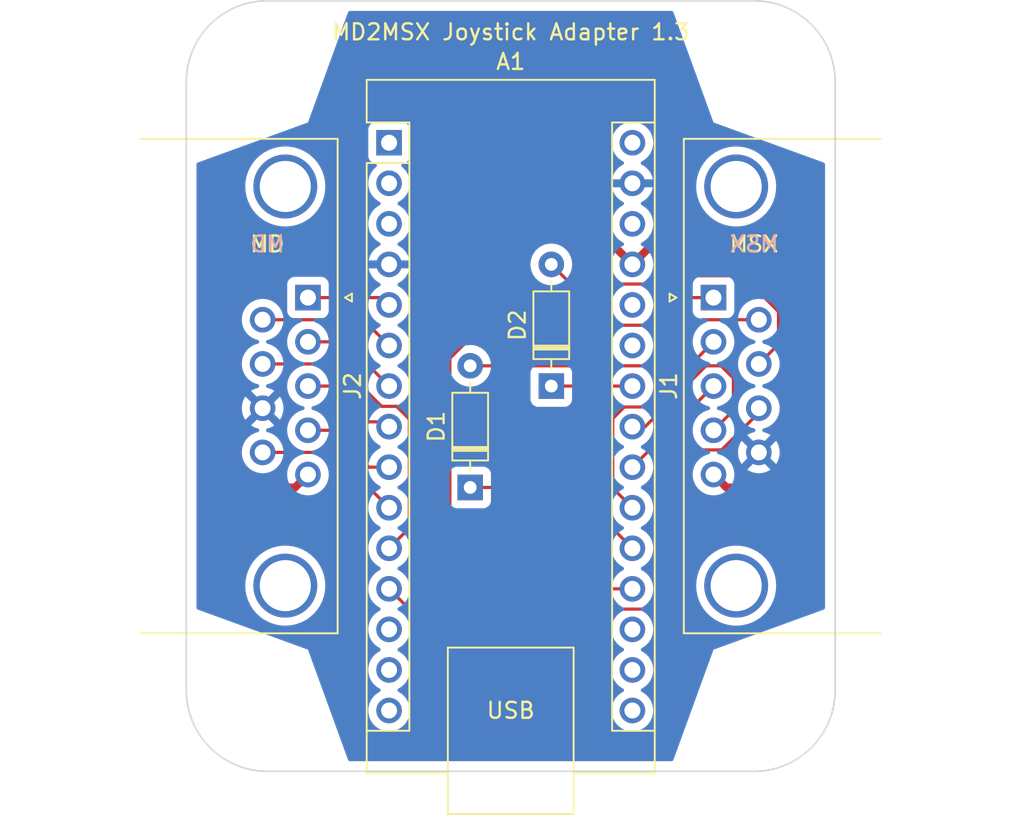
<source format=kicad_pcb>
(kicad_pcb (version 20221018) (generator pcbnew)
  (layers (0 "F.Cu" signal) (31 "B.Cu" signal) (34 "B.Paste" user) (35 "F.Paste" user) (36 "B.SilkS" user "B.Silkscreen") (37 "F.SilkS" user "F.Silkscreen") (38 "B.Mask" user) (39 "F.Mask" user) (44 "Edge.Cuts" user))
  (net 0 "")
  (net 4 "GND")
  (net 5 "Net-(A1-D2)")
  (net 6 "Net-(A1-D3)")
  (net 7 "Net-(A1-D4)")
  (net 8 "Net-(A1-D5)")
  (net 9 "Net-(A1-D6)")
  (net 10 "Net-(A1-D7)")
  (net 11 "Net-(A1-D8)")
  (net 12 "Net-(A1-D9)")
  (net 19 "Net-(A1-A0)")
  (net 20 "Net-(A1-A1)")
  (net 21 "Net-(A1-A2)")
  (net 22 "Net-(A1-A3)")
  (net 23 "Net-(A1-A4)")
  (net 24 "Net-(A1-A5)")
  (net 27 "+5V")
  (net 30 "Net-(D1-A)")
  (net 31 "Net-(D2-A)")
  (footprint "Connector_Dsub:DSUB-9_Male_Horizontal_P2.77x2.84mm_EdgePinOffset7.70mm_Housed_MountingHolesOffset9.12mm" (layer "F.Cu") (at 114.3 70.66 -90)
    (fp_text reference "J2" (at 5.54 -2.8 90) (layer "F.SilkS"))
    (fp_text value "DE9_Plug_MountingHoles")
    (fp_line (start -9.945 -1.86) (end 21.025 -1.86) (stroke (width 0.12)) (layer "F.SilkS"))
    (fp_line (start -9.945 10.48) (end -9.945 -1.86) (stroke (width 0.12)) (layer "F.SilkS"))
    (fp_line (start -0.25 -2.754338) (end 0.25 -2.754338) (stroke (width 0.12)) (layer "F.SilkS"))
    (fp_line (start 0 -2.321325) (end -0.25 -2.754338) (stroke (width 0.12)) (layer "F.SilkS"))
    (fp_line (start 0.25 -2.754338) (end 0 -2.321325) (stroke (width 0.12)) (layer "F.SilkS"))
    (fp_line (start 21.025 -1.86) (end 21.025 10.48) (stroke (width 0.12)) (layer "F.SilkS"))
    (pad "0" thru_hole circle (at -6.96 1.42 270) (size 4 4) (drill 3.2) (layers "*.Cu" "*.Mask"))
    (pad "0" thru_hole circle (at 18.04 1.42 270) (size 4 4) (drill 3.2) (layers "*.Cu" "*.Mask"))
    (pad "1" thru_hole rect (at 0 0 270) (size 1.6 1.6) (drill 1) (layers "*.Cu" "*.Mask") (net 5 "Net-(A1-D2)"))
    (pad "2" thru_hole circle (at 2.77 0 270) (size 1.6 1.6) (drill 1) (layers "*.Cu" "*.Mask") (net 7 "Net-(A1-D4)"))
    (pad "3" thru_hole circle (at 5.54 0 270) (size 1.6 1.6) (drill 1) (layers "*.Cu" "*.Mask") (net 8 "Net-(A1-D5)"))
    (pad "4" thru_hole circle (at 8.31 0 270) (size 1.6 1.6) (drill 1) (layers "*.Cu" "*.Mask") (net 9 "Net-(A1-D6)"))
    (pad "5" thru_hole circle (at 11.08 0 270) (size 1.6 1.6) (drill 1) (layers "*.Cu" "*.Mask") (net 27 "+5V"))
    (pad "6" thru_hole circle (at 1.385 2.84 270) (size 1.6 1.6) (drill 1) (layers "*.Cu" "*.Mask") (net 6 "Net-(A1-D3)"))
    (pad "7" thru_hole circle (at 4.155 2.84 270) (size 1.6 1.6) (drill 1) (layers "*.Cu" "*.Mask") (net 11 "Net-(A1-D8)"))
    (pad "8" thru_hole circle (at 6.925 2.84 270) (size 1.6 1.6) (drill 1) (layers "*.Cu" "*.Mask") (net 4 "GND"))
    (pad "9" thru_hole circle (at 9.695 2.84 270) (size 1.6 1.6) (drill 1) (layers "*.Cu" "*.Mask") (net 10 "Net-(A1-D7)"))
  )
  (footprint "MountingHole:MountingHole_3.2mm_M3" (layer "F.Cu") (at 143.51 55.88)
    (fp_text reference "H2" hide)
    (fp_text value "MountingHole")
    (pad "" np_thru_hole circle (at 0 0) (size 3.2 3.2) (drill 3.2) (layers "*.Cu" "*.Mask"))
  )
  (footprint "Module:Arduino_Nano" (layer "F.Cu") (at 119.38 60.96)
    (fp_text reference "A1" (at 7.62 -5.08) (layer "F.SilkS"))
    (fp_text value "Arduino_Nano_v3.x")
    (fp_text user "USB" (at 7.62 35.56 unlocked) (layer "F.SilkS"))
    (fp_line (start -1.4 -3.94) (end -1.4 -1.27) (stroke (width 0.12)) (layer "F.SilkS"))
    (fp_line (start -1.4 1.27) (end -1.4 39.5) (stroke (width 0.12)) (layer "F.SilkS"))
    (fp_line (start -1.4 39.5) (end 3.68 39.5) (stroke (width 0.12)) (layer "F.SilkS"))
    (fp_line (start 1.27 -1.27) (end -1.4 -1.27) (stroke (width 0.12)) (layer "F.SilkS"))
    (fp_line (start 1.27 1.27) (end -1.4 1.27) (stroke (width 0.12)) (layer "F.SilkS"))
    (fp_line (start 1.27 1.27) (end 1.27 -1.27) (stroke (width 0.12)) (layer "F.SilkS"))
    (fp_line (start 1.27 1.27) (end 1.27 36.83) (stroke (width 0.12)) (layer "F.SilkS"))
    (fp_line (start 1.27 36.83) (end -1.4 36.83) (stroke (width 0.12)) (layer "F.SilkS"))
    (fp_line (start 3.68 31.62) (end 11.56 31.62) (stroke (width 0.12)) (layer "F.SilkS"))
    (fp_line (start 3.68 42.04) (end 3.68 31.62) (stroke (width 0.12)) (layer "F.SilkS"))
    (fp_line (start 11.56 31.62) (end 11.56 42.04) (stroke (width 0.12)) (layer "F.SilkS"))
    (fp_line (start 11.56 42.04) (end 3.68 42.04) (stroke (width 0.12)) (layer "F.SilkS"))
    (fp_line (start 13.97 -1.27) (end 13.97 36.83) (stroke (width 0.12)) (layer "F.SilkS"))
    (fp_line (start 13.97 -1.27) (end 16.64 -1.27) (stroke (width 0.12)) (layer "F.SilkS"))
    (fp_line (start 13.97 36.83) (end 16.64 36.83) (stroke (width 0.12)) (layer "F.SilkS"))
    (fp_line (start 16.64 -3.94) (end -1.4 -3.94) (stroke (width 0.12)) (layer "F.SilkS"))
    (fp_line (start 16.64 39.5) (end 11.56 39.5) (stroke (width 0.12)) (layer "F.SilkS"))
    (fp_line (start 16.64 39.5) (end 16.64 -3.94) (stroke (width 0.12)) (layer "F.SilkS"))
    (pad "1" thru_hole rect (at 0 0) (size 1.6 1.6) (drill 1) (layers "*.Cu" "*.Mask"))
    (pad "2" thru_hole oval (at 0 2.54) (size 1.6 1.6) (drill 1) (layers "*.Cu" "*.Mask"))
    (pad "3" thru_hole oval (at 0 5.08) (size 1.6 1.6) (drill 1) (layers "*.Cu" "*.Mask"))
    (pad "4" thru_hole oval (at 0 7.62) (size 1.6 1.6) (drill 1) (layers "*.Cu" "*.Mask") (net 4 "GND"))
    (pad "5" thru_hole oval (at 0 10.16) (size 1.6 1.6) (drill 1) (layers "*.Cu" "*.Mask") (net 5 "Net-(A1-D2)"))
    (pad "6" thru_hole oval (at 0 12.7) (size 1.6 1.6) (drill 1) (layers "*.Cu" "*.Mask") (net 6 "Net-(A1-D3)"))
    (pad "7" thru_hole oval (at 0 15.24) (size 1.6 1.6) (drill 1) (layers "*.Cu" "*.Mask") (net 7 "Net-(A1-D4)"))
    (pad "8" thru_hole oval (at 0 17.78) (size 1.6 1.6) (drill 1) (layers "*.Cu" "*.Mask") (net 8 "Net-(A1-D5)"))
    (pad "9" thru_hole oval (at 0 20.32) (size 1.6 1.6) (drill 1) (layers "*.Cu" "*.Mask") (net 9 "Net-(A1-D6)"))
    (pad "10" thru_hole oval (at 0 22.86) (size 1.6 1.6) (drill 1) (layers "*.Cu" "*.Mask") (net 10 "Net-(A1-D7)"))
    (pad "11" thru_hole oval (at 0 25.4) (size 1.6 1.6) (drill 1) (layers "*.Cu" "*.Mask") (net 11 "Net-(A1-D8)"))
    (pad "12" thru_hole oval (at 0 27.94) (size 1.6 1.6) (drill 1) (layers "*.Cu" "*.Mask") (net 12 "Net-(A1-D9)"))
    (pad "13" thru_hole oval (at 0 30.48) (size 1.6 1.6) (drill 1) (layers "*.Cu" "*.Mask"))
    (pad "14" thru_hole oval (at 0 33.02) (size 1.6 1.6) (drill 1) (layers "*.Cu" "*.Mask"))
    (pad "15" thru_hole oval (at 0 35.56) (size 1.6 1.6) (drill 1) (layers "*.Cu" "*.Mask"))
    (pad "16" thru_hole oval (at 15.24 35.56) (size 1.6 1.6) (drill 1) (layers "*.Cu" "*.Mask"))
    (pad "17" thru_hole oval (at 15.24 33.02) (size 1.6 1.6) (drill 1) (layers "*.Cu" "*.Mask"))
    (pad "18" thru_hole oval (at 15.24 30.48) (size 1.6 1.6) (drill 1) (layers "*.Cu" "*.Mask"))
    (pad "19" thru_hole oval (at 15.24 27.94) (size 1.6 1.6) (drill 1) (layers "*.Cu" "*.Mask") (net 19 "Net-(A1-A0)"))
    (pad "20" thru_hole oval (at 15.24 25.4) (size 1.6 1.6) (drill 1) (layers "*.Cu" "*.Mask") (net 20 "Net-(A1-A1)"))
    (pad "21" thru_hole oval (at 15.24 22.86) (size 1.6 1.6) (drill 1) (layers "*.Cu" "*.Mask") (net 21 "Net-(A1-A2)"))
    (pad "22" thru_hole oval (at 15.24 20.32) (size 1.6 1.6) (drill 1) (layers "*.Cu" "*.Mask") (net 22 "Net-(A1-A3)"))
    (pad "23" thru_hole oval (at 15.24 17.78) (size 1.6 1.6) (drill 1) (layers "*.Cu" "*.Mask") (net 23 "Net-(A1-A4)"))
    (pad "24" thru_hole oval (at 15.24 15.24) (size 1.6 1.6) (drill 1) (layers "*.Cu" "*.Mask") (net 24 "Net-(A1-A5)"))
    (pad "25" thru_hole oval (at 15.24 12.7) (size 1.6 1.6) (drill 1) (layers "*.Cu" "*.Mask"))
    (pad "26" thru_hole oval (at 15.24 10.16) (size 1.6 1.6) (drill 1) (layers "*.Cu" "*.Mask"))
    (pad "27" thru_hole oval (at 15.24 7.62) (size 1.6 1.6) (drill 1) (layers "*.Cu" "*.Mask") (net 27 "+5V"))
    (pad "28" thru_hole oval (at 15.24 5.08) (size 1.6 1.6) (drill 1) (layers "*.Cu" "*.Mask"))
    (pad "29" thru_hole oval (at 15.24 2.54) (size 1.6 1.6) (drill 1) (layers "*.Cu" "*.Mask") (net 4 "GND"))
    (pad "30" thru_hole oval (at 15.24 0) (size 1.6 1.6) (drill 1) (layers "*.Cu" "*.Mask"))
  )
  (footprint "Diode_THT:D_DO-35_SOD27_P7.62mm_Horizontal" (layer "F.Cu") (at 124.46 82.55 90)
    (fp_text reference "D1" (at 3.81 -2.12 90) (layer "F.SilkS"))
    (fp_text value "BAT85")
    (fp_line (start 1.04 0) (end 1.69 0) (stroke (width 0.12)) (layer "F.SilkS"))
    (fp_line (start 1.69 -1.12) (end 1.69 1.12) (stroke (width 0.12)) (layer "F.SilkS"))
    (fp_line (start 1.69 1.12) (end 5.93 1.12) (stroke (width 0.12)) (layer "F.SilkS"))
    (fp_line (start 2.29 -1.12) (end 2.29 1.12) (stroke (width 0.12)) (layer "F.SilkS"))
    (fp_line (start 2.41 -1.12) (end 2.41 1.12) (stroke (width 0.12)) (layer "F.SilkS"))
    (fp_line (start 2.53 -1.12) (end 2.53 1.12) (stroke (width 0.12)) (layer "F.SilkS"))
    (fp_line (start 5.93 -1.12) (end 1.69 -1.12) (stroke (width 0.12)) (layer "F.SilkS"))
    (fp_line (start 5.93 1.12) (end 5.93 -1.12) (stroke (width 0.12)) (layer "F.SilkS"))
    (fp_line (start 6.58 0) (end 5.93 0) (stroke (width 0.12)) (layer "F.SilkS"))
    (pad "1" thru_hole rect (at 0 0 90) (size 1.6 1.6) (drill 0.8) (layers "*.Cu" "*.Mask") (net 20 "Net-(A1-A1)"))
    (pad "2" thru_hole oval (at 7.62 0 90) (size 1.6 1.6) (drill 0.8) (layers "*.Cu" "*.Mask") (net 30 "Net-(D1-A)"))
  )
  (footprint "MountingHole:MountingHole_3.2mm_M3" (layer "F.Cu") (at 143.51 96.52)
    (fp_text reference "H4" hide)
    (fp_text value "MountingHole")
    (pad "" np_thru_hole circle (at 0 0) (size 3.2 3.2) (drill 3.2) (layers "*.Cu" "*.Mask"))
  )
  (footprint "Connector_Dsub:DSUB-9_Female_Horizontal_P2.77x2.84mm_EdgePinOffset7.70mm_Housed_MountingHolesOffset9.12mm" (layer "F.Cu") (at 139.7 70.66 90)
    (fp_text reference "J1" (at -5.54 -2.8 90) (layer "F.SilkS"))
    (fp_text value "DE9_Receptacle_MountingHoles")
    (fp_line (start -21.025 -1.86) (end 9.945 -1.86) (stroke (width 0.12)) (layer "F.SilkS"))
    (fp_line (start -21.025 10.48) (end -21.025 -1.86) (stroke (width 0.12)) (layer "F.SilkS"))
    (fp_line (start -0.25 -2.754338) (end 0.25 -2.754338) (stroke (width 0.12)) (layer "F.SilkS"))
    (fp_line (start 0 -2.321325) (end -0.25 -2.754338) (stroke (width 0.12)) (layer "F.SilkS"))
    (fp_line (start 0.25 -2.754338) (end 0 -2.321325) (stroke (width 0.12)) (layer "F.SilkS"))
    (fp_line (start 9.945 -1.86) (end 9.945 10.48) (stroke (width 0.12)) (layer "F.SilkS"))
    (pad "0" thru_hole circle (at -18.04 1.42 90) (size 4 4) (drill 3.2) (layers "*.Cu" "*.Mask"))
    (pad "0" thru_hole circle (at 6.96 1.42 90) (size 4 4) (drill 3.2) (layers "*.Cu" "*.Mask"))
    (pad "1" thru_hole rect (at 0 0 90) (size 1.6 1.6) (drill 1) (layers "*.Cu" "*.Mask") (net 19 "Net-(A1-A0)"))
    (pad "2" thru_hole circle (at -2.77 0 90) (size 1.6 1.6) (drill 1) (layers "*.Cu" "*.Mask") (net 21 "Net-(A1-A2)"))
    (pad "3" thru_hole circle (at -5.54 0 90) (size 1.6 1.6) (drill 1) (layers "*.Cu" "*.Mask") (net 22 "Net-(A1-A3)"))
    (pad "4" thru_hole circle (at -8.31 0 90) (size 1.6 1.6) (drill 1) (layers "*.Cu" "*.Mask") (net 23 "Net-(A1-A4)"))
    (pad "5" thru_hole circle (at -11.08 0 90) (size 1.6 1.6) (drill 1) (layers "*.Cu" "*.Mask") (net 27 "+5V"))
    (pad "6" thru_hole circle (at -1.385 2.84 90) (size 1.6 1.6) (drill 1) (layers "*.Cu" "*.Mask") (net 30 "Net-(D1-A)"))
    (pad "7" thru_hole circle (at -4.155 2.84 90) (size 1.6 1.6) (drill 1) (layers "*.Cu" "*.Mask") (net 31 "Net-(D2-A)"))
    (pad "8" thru_hole circle (at -6.925 2.84 90) (size 1.6 1.6) (drill 1) (layers "*.Cu" "*.Mask") (net 12 "Net-(A1-D9)"))
    (pad "9" thru_hole circle (at -9.695 2.84 90) (size 1.6 1.6) (drill 1) (layers "*.Cu" "*.Mask") (net 4 "GND"))
  )
  (footprint "MountingHole:MountingHole_3.2mm_M3" (layer "F.Cu") (at 110.49 55.88)
    (fp_text reference "H1" hide)
    (fp_text value "MountingHole")
    (pad "" np_thru_hole circle (at 0 0) (size 3.2 3.2) (drill 3.2) (layers "*.Cu" "*.Mask"))
  )
  (footprint "MountingHole:MountingHole_3.2mm_M3" (layer "F.Cu") (at 110.49 96.52)
    (fp_text reference "H3" hide)
    (fp_text value "MountingHole")
    (pad "" np_thru_hole circle (at 0 0) (size 3.2 3.2) (drill 3.2) (layers "*.Cu" "*.Mask"))
  )
  (footprint "Diode_THT:D_DO-35_SOD27_P7.62mm_Horizontal" (layer "F.Cu") (at 129.54 76.2 90)
    (fp_text reference "D2" (at 3.81 -2.12 90) (layer "F.SilkS"))
    (fp_text value "BAT85")
    (fp_line (start 1.04 0) (end 1.69 0) (stroke (width 0.12)) (layer "F.SilkS"))
    (fp_line (start 1.69 -1.12) (end 1.69 1.12) (stroke (width 0.12)) (layer "F.SilkS"))
    (fp_line (start 1.69 1.12) (end 5.93 1.12) (stroke (width 0.12)) (layer "F.SilkS"))
    (fp_line (start 2.29 -1.12) (end 2.29 1.12) (stroke (width 0.12)) (layer "F.SilkS"))
    (fp_line (start 2.41 -1.12) (end 2.41 1.12) (stroke (width 0.12)) (layer "F.SilkS"))
    (fp_line (start 2.53 -1.12) (end 2.53 1.12) (stroke (width 0.12)) (layer "F.SilkS"))
    (fp_line (start 5.93 -1.12) (end 1.69 -1.12) (stroke (width 0.12)) (layer "F.SilkS"))
    (fp_line (start 5.93 1.12) (end 5.93 -1.12) (stroke (width 0.12)) (layer "F.SilkS"))
    (fp_line (start 6.58 0) (end 5.93 0) (stroke (width 0.12)) (layer "F.SilkS"))
    (pad "1" thru_hole rect (at 0 0 90) (size 1.6 1.6) (drill 0.8) (layers "*.Cu" "*.Mask") (net 24 "Net-(A1-A5)"))
    (pad "2" thru_hole oval (at 7.62 0 90) (size 1.6 1.6) (drill 0.8) (layers "*.Cu" "*.Mask") (net 31 "Net-(D2-A)"))
  )
  (gr_line (start 142.24 100.33) (end 111.76 100.33) (stroke (width 0.1)) (layer "Edge.Cuts"))
  (gr_line (start 111.76 52.07) (end 142.24 52.07) (stroke (width 0.1)) (layer "Edge.Cuts"))
  (gr_line (start 147.32 57.15) (end 147.32 95.25) (stroke (width 0.1)) (layer "Edge.Cuts"))
  (gr_arc (start 106.68 57.15) (mid 108.167898 53.557898) (end 111.76 52.07) (stroke (width 0.1)) (layer "Edge.Cuts"))
  (gr_line (start 106.68 95.25) (end 106.68 57.15) (stroke (width 0.1)) (layer "Edge.Cuts"))
  (gr_arc (start 142.24 52.07) (mid 145.832102 53.557898) (end 147.32 57.15) (stroke (width 0.1)) (layer "Edge.Cuts"))
  (gr_arc (start 111.76 100.33) (mid 108.167898 98.842102) (end 106.68 95.25) (stroke (width 0.1)) (layer "Edge.Cuts"))
  (gr_arc (start 147.32 95.25) (mid 145.832102 98.842102) (end 142.24 100.33) (stroke (width 0.1)) (layer "Edge.Cuts"))
  (gr_text "MD\n" (at 111.76 67.31) (layer "B.SilkS") (effects (font (size 1 1)) (justify mirror)))
  (gr_text "MSX" (at 142.24 67.31) (layer "B.SilkS") (effects (font (size 1 1)) (justify mirror)))
  (gr_text "MD\n" (at 111.76 67.31) (layer "F.SilkS") (effects (font (size 1 1))))
  (gr_text "MSX" (at 142.24 67.31) (layer "F.SilkS") (effects (font (size 1 1))))
  (gr_text "MD2MSX Joystick Adapter 1.3" (at 127 54.61) (layer "F.SilkS") (effects (font (size 1 1)) (justify bottom)))
  (segment (start 114.3 70.66) (end 118.92 70.66) (width 0.2) (layer "F.Cu") (net 5))
  (segment (start 118.92 70.66) (end 119.38 71.12) (width 0.2) (layer "F.Cu") (net 5))
  (segment (start 117.765 72.045) (end 119.38 73.66) (width 0.2) (layer "F.Cu") (net 6))
  (segment (start 111.46 72.045) (end 117.765 72.045) (width 0.2) (layer "F.Cu") (net 6))
  (segment (start 116.61 73.43) (end 119.38 76.2) (width 0.2) (layer "F.Cu") (net 7))
  (segment (start 114.3 73.43) (end 116.61 73.43) (width 0.2) (layer "F.Cu") (net 7))
  (segment (start 119.08 78.44) (end 119.38 78.74) (width 0.2) (layer "F.Cu") (net 8))
  (segment (start 115.87 76.2) (end 118.11 78.44) (width 0.2) (layer "F.Cu") (net 8))
  (segment (start 118.11 78.44) (end 119.08 78.44) (width 0.2) (layer "F.Cu") (net 8))
  (segment (start 114.3 76.2) (end 115.87 76.2) (width 0.2) (layer "F.Cu") (net 8))
  (segment (start 118.11 81.28) (end 119.38 81.28) (width 0.2) (layer "F.Cu") (net 9))
  (segment (start 115.8 78.97) (end 118.11 81.28) (width 0.2) (layer "F.Cu") (net 9))
  (segment (start 114.3 78.97) (end 115.8 78.97) (width 0.2) (layer "F.Cu") (net 9))
  (segment (start 111.46 80.355) (end 115.915 80.355) (width 0.2) (layer "F.Cu") (net 10))
  (segment (start 115.915 80.355) (end 119.38 83.82) (width 0.2) (layer "F.Cu") (net 10))
  (segment (start 120.65 85.09) (end 119.38 86.36) (width 0.2) (layer "F.Cu") (net 11))
  (segment (start 116.255517 74.815) (end 118.910517 77.47) (width 0.2) (layer "F.Cu") (net 11))
  (segment (start 119.849483 77.47) (end 120.65 78.270517) (width 0.2) (layer "F.Cu") (net 11))
  (segment (start 111.46 74.815) (end 116.255517 74.815) (width 0.2) (layer "F.Cu") (net 11))
  (segment (start 118.910517 77.47) (end 119.849483 77.47) (width 0.2) (layer "F.Cu") (net 11))
  (segment (start 120.65 78.270517) (end 120.65 85.09) (width 0.2) (layer "F.Cu") (net 11))
  (segment (start 142.54 77.869483) (end 140.209483 80.2) (width 0.2) (layer "F.Cu") (net 12))
  (segment (start 142.54 77.585) (end 142.54 77.869483) (width 0.2) (layer "F.Cu") (net 12))
  (segment (start 140.209483 80.2) (end 138.24 80.2) (width 0.2) (layer "F.Cu") (net 12))
  (segment (start 135.89 90.17) (end 137.16 88.9) (width 0.2) (layer "F.Cu") (net 12))
  (segment (start 137.16 88.9) (end 137.16 81.28) (width 0.2) (layer "F.Cu") (net 12))
  (segment (start 120.65 90.17) (end 135.89 90.17) (width 0.2) (layer "F.Cu") (net 12))
  (segment (start 137.16 81.28) (end 138.24 80.2) (width 0.2) (layer "F.Cu") (net 12))
  (segment (start 119.38 88.9) (end 120.65 90.17) (width 0.2) (layer "F.Cu") (net 12))
  (segment (start 123.19 83.82) (end 128.27 88.9) (width 0.2) (layer "F.Cu") (net 19))
  (segment (start 135.89 72.39) (end 125.260517 72.39) (width 0.2) (layer "F.Cu") (net 19))
  (segment (start 128.27 88.9) (end 134.62 88.9) (width 0.2) (layer "F.Cu") (net 19))
  (segment (start 139.7 70.66) (end 137.62 70.66) (width 0.2) (layer "F.Cu") (net 19))
  (segment (start 125.260517 72.39) (end 123.19 74.460517) (width 0.2) (layer "F.Cu") (net 19))
  (segment (start 123.19 74.460517) (end 123.19 83.82) (width 0.2) (layer "F.Cu") (net 19))
  (segment (start 137.62 70.66) (end 135.89 72.39) (width 0.2) (layer "F.Cu") (net 19))
  (segment (start 124.46 82.55) (end 130.81 82.55) (width 0.2) (layer "F.Cu") (net 20))
  (segment (start 130.81 82.55) (end 134.62 86.36) (width 0.2) (layer "F.Cu") (net 20))
  (segment (start 133.39 82.59) (end 133.39 78.230517) (width 0.2) (layer "F.Cu") (net 21))
  (segment (start 133.39 78.230517) (end 134.110517 77.51) (width 0.2) (layer "F.Cu") (net 21))
  (segment (start 134.62 83.82) (end 133.39 82.59) (width 0.2) (layer "F.Cu") (net 21))
  (segment (start 134.110517 77.51) (end 135.62 77.51) (width 0.2) (layer "F.Cu") (net 21))
  (segment (start 135.62 77.51) (end 139.7 73.43) (width 0.2) (layer "F.Cu") (net 21))
  (segment (start 134.62 81.28) (end 139.7 76.2) (width 0.2) (layer "F.Cu") (net 22))
  (segment (start 134.62 78.74) (end 135.420517 78.74) (width 0.2) (layer "F.Cu") (net 23))
  (segment (start 140.944974 77.725026) (end 139.7 78.97) (width 0.2) (layer "F.Cu") (net 23))
  (segment (start 140.169483 74.93) (end 140.944974 75.705491) (width 0.2) (layer "F.Cu") (net 23))
  (segment (start 140.944974 75.705491) (end 140.944974 77.725026) (width 0.2) (layer "F.Cu") (net 23))
  (segment (start 135.420517 78.74) (end 139.230517 74.93) (width 0.2) (layer "F.Cu") (net 23))
  (segment (start 139.47 78.74) (end 139.7 78.97) (width 0.2) (layer "F.Cu") (net 23))
  (segment (start 139.230517 74.93) (end 140.169483 74.93) (width 0.2) (layer "F.Cu") (net 23))
  (segment (start 129.54 76.2) (end 134.62 76.2) (width 0.2) (layer "F.Cu") (net 24))
  (segment (start 143.51 82.55) (end 140.51 82.55) (width 0.5) (layer "F.Cu") (net 27))
  (segment (start 124.46 58.42) (end 134.62 68.58) (width 0.5) (layer "F.Cu") (net 27))
  (segment (start 114.3 67.31) (end 116.84 64.77) (width 0.5) (layer "F.Cu") (net 27))
  (segment (start 116.84 64.77) (end 116.84 59.69) (width 0.5) (layer "F.Cu") (net 27))
  (segment (start 118.11 58.42) (end 124.46 58.42) (width 0.5) (layer "F.Cu") (net 27))
  (segment (start 142.24 67.31) (end 144.78 69.85) (width 0.5) (layer "F.Cu") (net 27))
  (segment (start 110.49 82.55) (end 109.22 81.28) (width 0.5) (layer "F.Cu") (net 27))
  (segment (start 111.76 67.31) (end 114.3 67.31) (width 0.5) (layer "F.Cu") (net 27))
  (segment (start 109.22 81.28) (end 109.22 69.85) (width 0.5) (layer "F.Cu") (net 27))
  (segment (start 135.89 67.31) (end 142.24 67.31) (width 0.5) (layer "F.Cu") (net 27))
  (segment (start 114.3 81.74) (end 113.49 82.55) (width 0.5) (layer "F.Cu") (net 27))
  (segment (start 144.78 81.28) (end 143.51 82.55) (width 0.5) (layer "F.Cu") (net 27))
  (segment (start 140.51 82.55) (end 139.7 81.74) (width 0.5) (layer "F.Cu") (net 27))
  (segment (start 109.22 69.85) (end 111.76 67.31) (width 0.5) (layer "F.Cu") (net 27))
  (segment (start 134.62 68.58) (end 135.89 67.31) (width 0.5) (layer "F.Cu") (net 27))
  (segment (start 144.78 69.85) (end 144.78 81.28) (width 0.5) (layer "F.Cu") (net 27))
  (segment (start 113.49 82.55) (end 110.49 82.55) (width 0.5) (layer "F.Cu") (net 27))
  (segment (start 116.84 59.69) (end 118.11 58.42) (width 0.5) (layer "F.Cu") (net 27))
  (segment (start 139.064534 72.045) (end 136.179534 74.93) (width 0.2) (layer "F.Cu") (net 30))
  (segment (start 142.54 72.045) (end 139.064534 72.045) (width 0.2) (layer "F.Cu") (net 30))
  (segment (start 136.179534 74.93) (end 124.46 74.93) (width 0.2) (layer "F.Cu") (net 30))
  (segment (start 130.77 69.81) (end 135.89 69.81) (width 0.2) (layer "F.Cu") (net 31))
  (segment (start 141.527242 69.292758) (end 143.77 71.535517) (width 0.2) (layer "F.Cu") (net 31))
  (segment (start 143.77 71.535517) (end 143.77 73.585) (width 0.2) (layer "F.Cu") (net 31))
  (segment (start 143.77 73.585) (end 142.54 74.815) (width 0.2) (layer "F.Cu") (net 31))
  (segment (start 135.89 69.81) (end 136.407242 69.292758) (width 0.2) (layer "F.Cu") (net 31))
  (segment (start 129.54 68.58) (end 130.77 69.81) (width 0.2) (layer "F.Cu") (net 31))
  (segment (start 136.407242 69.292758) (end 141.527242 69.292758) (width 0.2) (layer "F.Cu") (net 31))
  (zone (net 4) (net_name "GND") (layer "B.Cu") (connect_pads (clearance 0.5)) (min_thickness 0.25) (fill yes (thermal_gap 0.5) (thermal_bridge_width 0.5))
    (polygon (pts (xy 116.84 52.705) (xy 137.16 52.705) (xy 139.7 59.69) (xy 146.685 62.23) (xy 146.685 90.17) (xy 139.7 92.71) (xy 137.16 99.695) (xy 116.84 99.695) (xy 114.3 92.71) (xy 107.315 90.17) (xy 107.315 62.23) (xy 114.3 59.69)))
  )
)
</source>
